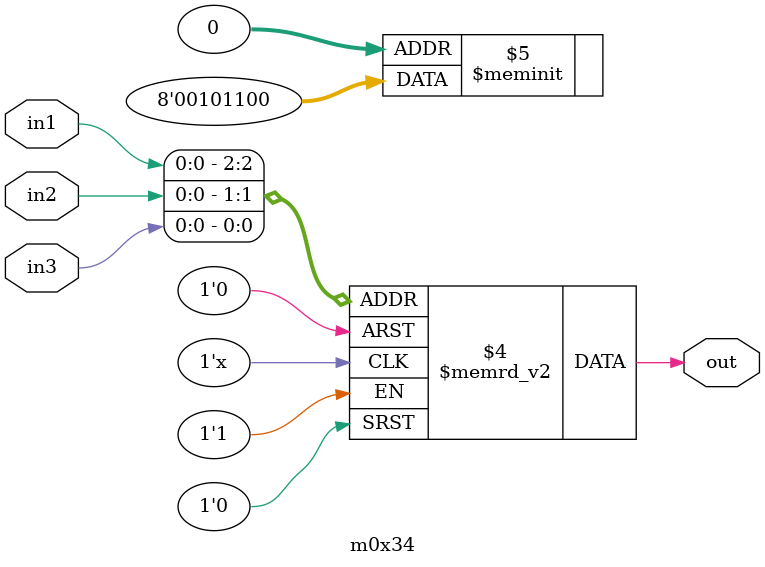
<source format=v>
module m0x34(output out, input in1, in2, in3);

   always @(in1, in2, in3)
     begin
        case({in1, in2, in3})
          3'b000: {out} = 1'b0;
          3'b001: {out} = 1'b0;
          3'b010: {out} = 1'b1;
          3'b011: {out} = 1'b1;
          3'b100: {out} = 1'b0;
          3'b101: {out} = 1'b1;
          3'b110: {out} = 1'b0;
          3'b111: {out} = 1'b0;
        endcase // case ({in1, in2, in3})
     end // always @ (in1, in2, in3)

endmodule // m0x34
</source>
